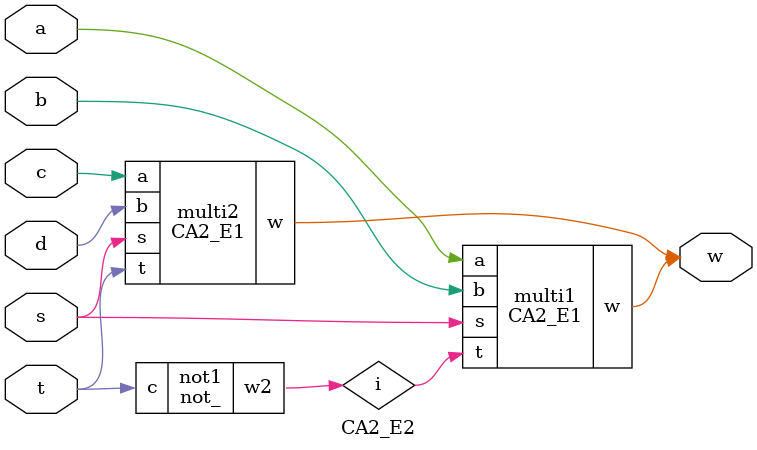
<source format=sv>
`timescale 1ns/1ns
module not_ (input c,output w2);
	supply1 Vdd;
	supply0 Gnd;
	pmos #(4,7,9) T5(w2,Vdd,c);
	nmos #(3,5,7) T6(w2,Gnd,c);
endmodule
module not_ctrl_ (input c,EN1,output w1);
	wire i1,i2,i3;
	supply1 Vdd;
	supply0 Gnd;
	pmos #(4,7,9) T1(i2,Vdd,c);
	pmos #(4,7,9) T2(w1,i2,i1);
	pmos #(4,7,9) T3(i1,Vdd,EN1);
	nmos #(3,5,7) T4(i1,Gnd,EN1);
	nmos #(3,5,7) T5(w1,i3,EN1);
	nmos #(3,5,7) T6(i3,Gnd,c);
endmodule
module CA2_E1 (input a,b,s,t,output w);
	wire i,j;
	not_ not1(s,i);
	not_ctrl_ nif1(a,i,j);
	not_ctrl_ nif2(b,s,j);
	not_ctrl_ nif3(j,t,w);
endmodule
module CA2_E2 (input a,b,c,d,s,t,output w);
	wire i;
	not_ not1(t,i);
	CA2_E1 multi1(a,b,s,i,w);
	CA2_E1 multi2(c,d,s,t,w);
endmodule

</source>
